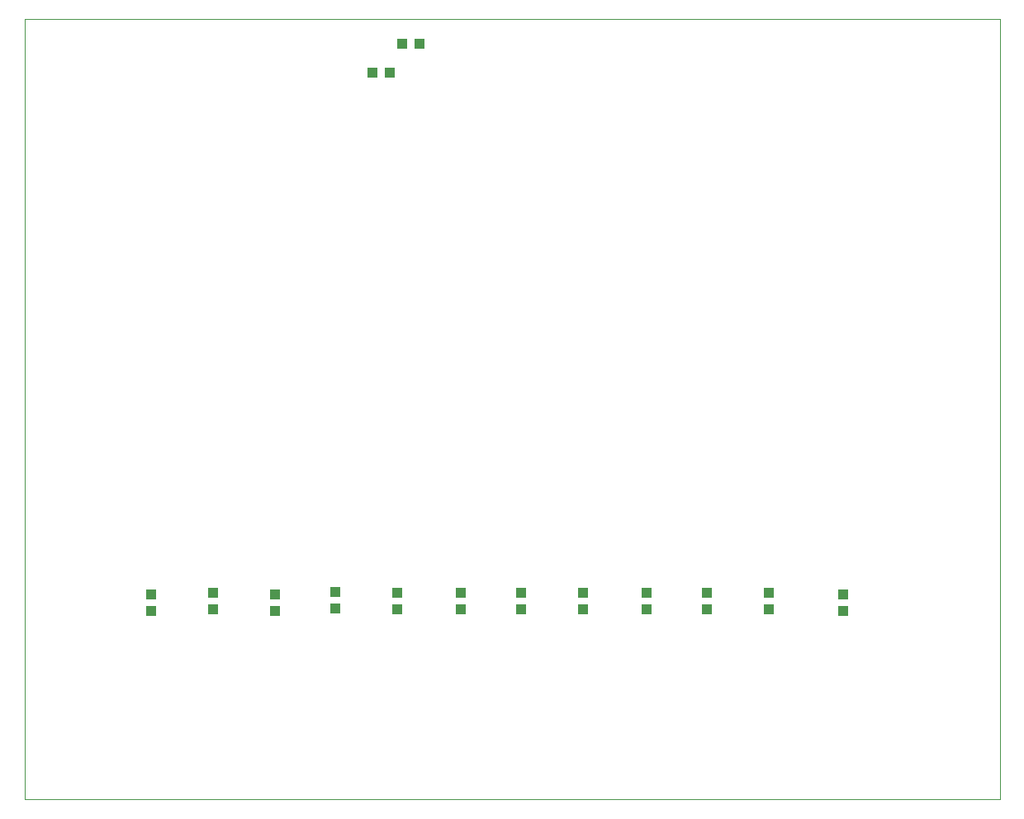
<source format=gbp>
G75*
%MOIN*%
%OFA0B0*%
%FSLAX25Y25*%
%IPPOS*%
%LPD*%
%AMOC8*
5,1,8,0,0,1.08239X$1,22.5*
%
%ADD10C,0.00000*%
%ADD11R,0.04331X0.03937*%
%ADD12R,0.03937X0.04331*%
D10*
X0003500Y0001000D02*
X0003500Y0315961D01*
X0397201Y0315961D01*
X0397201Y0001000D01*
X0003500Y0001000D01*
D11*
X0054500Y0077154D03*
X0054500Y0083846D03*
X0079500Y0084346D03*
X0079500Y0077654D03*
X0104500Y0077154D03*
X0104500Y0083846D03*
X0129000Y0084846D03*
X0129000Y0078154D03*
X0154000Y0077654D03*
X0154000Y0084346D03*
X0179500Y0084346D03*
X0179500Y0077654D03*
X0204000Y0077654D03*
X0204000Y0084346D03*
X0229000Y0084346D03*
X0229000Y0077654D03*
X0254500Y0077654D03*
X0254500Y0084346D03*
X0279000Y0084346D03*
X0279000Y0077654D03*
X0304000Y0077654D03*
X0304000Y0084346D03*
X0334000Y0083846D03*
X0334000Y0077154D03*
D12*
X0150846Y0294500D03*
X0144154Y0294500D03*
X0156154Y0306000D03*
X0162846Y0306000D03*
M02*

</source>
